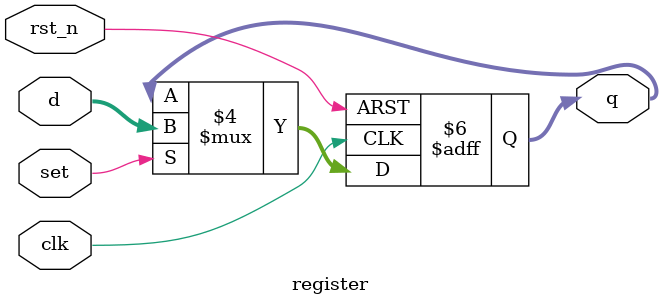
<source format=sv>
module register #(
    parameter SIZE = 8
) (
    input  logic clk, rst_n, set,
    input  logic [SIZE - 1 : 0] d,  
    output logic [SIZE - 1 : 0] q
);

always_ff @( posedge clk or negedge rst_n ) begin
    if (!rst_n) 
        q <= '0;
    else if (set) 
        q <= d;
    else 
        q <= q;
end

endmodule
</source>
